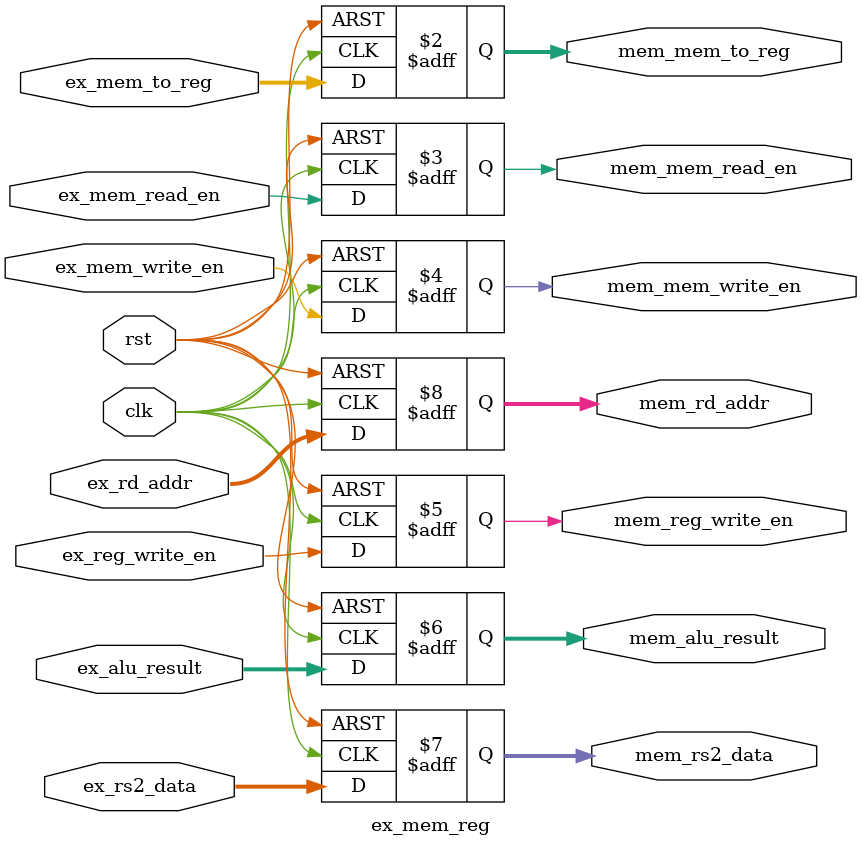
<source format=v>
`ifndef EX_MEM_REG_V
`define EX_MEM_REG_V

/*******************************************************************************
** EX/MEM Pipeline Register
**
** Latches the ALU result, store data, and control signals from the EX stage
** for use in the MEM stage.
*******************************************************************************/
module ex_mem_reg (
    input  wire        clk,
    input  wire        rst,

    input  wire [1:0]  ex_mem_to_reg,
    input  wire        ex_mem_read_en,
    input  wire        ex_mem_write_en,
    input  wire        ex_reg_write_en,
    input  wire [31:0] ex_alu_result,
    input  wire [31:0] ex_rs2_data,     
    input  wire [4:0]  ex_rd_addr,

    output reg  [1:0]  mem_mem_to_reg,
    output reg         mem_mem_read_en,
    output reg         mem_mem_write_en,
    output reg         mem_reg_write_en,
    output reg  [31:0] mem_alu_result,
    output reg  [31:0] mem_rs2_data,
    output reg  [4:0]  mem_rd_addr
);

    always @(posedge clk or posedge rst) 
    begin
        if (rst)
        begin
            mem_mem_to_reg   <= 2'b0;
            mem_mem_read_en  <= 1'b0;
            mem_mem_write_en <= 1'b0;
            mem_reg_write_en <= 1'b0;
            mem_alu_result   <= 32'b0;
            mem_rs2_data     <= 32'b0;
            mem_rd_addr      <= 5'b0;
        end 
        else
        begin
            mem_mem_to_reg   <= ex_mem_to_reg;
            mem_mem_read_en  <= ex_mem_read_en;
            mem_mem_write_en <= ex_mem_write_en;
            mem_reg_write_en <= ex_reg_write_en;
            mem_alu_result   <= ex_alu_result;
            mem_rs2_data     <= ex_rs2_data;
            mem_rd_addr      <= ex_rd_addr;
        end
    end

endmodule

`endif
</source>
